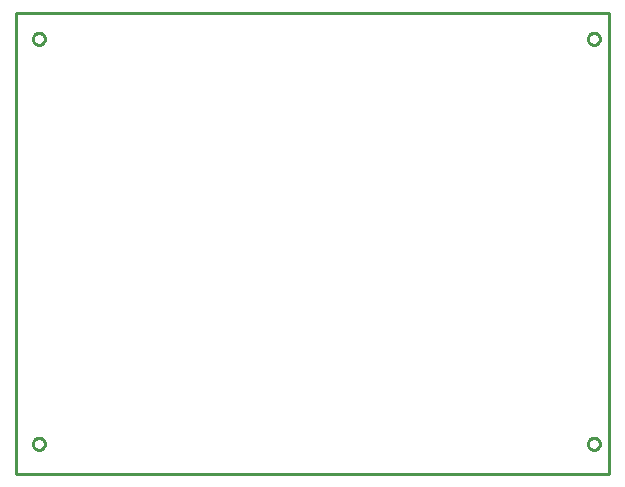
<source format=gbr>
G04 EAGLE Gerber X2 export*
%TF.Part,Single*%
%TF.FileFunction,Profile,NP*%
%TF.FilePolarity,Positive*%
%TF.GenerationSoftware,Autodesk,EAGLE,8.7.0*%
%TF.CreationDate,2018-05-03T09:05:19Z*%
G75*
%MOMM*%
%FSLAX34Y34*%
%LPD*%
%AMOC8*
5,1,8,0,0,1.08239X$1,22.5*%
G01*
%ADD10C,0.254000*%


D10*
X69850Y76200D02*
X571300Y76200D01*
X571300Y466600D01*
X69850Y466600D01*
X69850Y76200D01*
X93900Y444219D02*
X93837Y443661D01*
X93712Y443114D01*
X93527Y442584D01*
X93283Y442078D01*
X92984Y441602D01*
X92634Y441163D01*
X92237Y440766D01*
X91798Y440416D01*
X91322Y440117D01*
X90816Y439873D01*
X90286Y439688D01*
X89739Y439563D01*
X89181Y439500D01*
X88619Y439500D01*
X88061Y439563D01*
X87514Y439688D01*
X86984Y439873D01*
X86478Y440117D01*
X86002Y440416D01*
X85563Y440766D01*
X85166Y441163D01*
X84816Y441602D01*
X84517Y442078D01*
X84273Y442584D01*
X84088Y443114D01*
X83963Y443661D01*
X83900Y444219D01*
X83900Y444781D01*
X83963Y445339D01*
X84088Y445886D01*
X84273Y446416D01*
X84517Y446922D01*
X84816Y447398D01*
X85166Y447837D01*
X85563Y448234D01*
X86002Y448584D01*
X86478Y448883D01*
X86984Y449127D01*
X87514Y449312D01*
X88061Y449437D01*
X88619Y449500D01*
X89181Y449500D01*
X89739Y449437D01*
X90286Y449312D01*
X90816Y449127D01*
X91322Y448883D01*
X91798Y448584D01*
X92237Y448234D01*
X92634Y447837D01*
X92984Y447398D01*
X93283Y446922D01*
X93527Y446416D01*
X93712Y445886D01*
X93837Y445339D01*
X93900Y444781D01*
X93900Y444219D01*
X93900Y101319D02*
X93837Y100761D01*
X93712Y100214D01*
X93527Y99684D01*
X93283Y99178D01*
X92984Y98702D01*
X92634Y98263D01*
X92237Y97866D01*
X91798Y97516D01*
X91322Y97217D01*
X90816Y96973D01*
X90286Y96788D01*
X89739Y96663D01*
X89181Y96600D01*
X88619Y96600D01*
X88061Y96663D01*
X87514Y96788D01*
X86984Y96973D01*
X86478Y97217D01*
X86002Y97516D01*
X85563Y97866D01*
X85166Y98263D01*
X84816Y98702D01*
X84517Y99178D01*
X84273Y99684D01*
X84088Y100214D01*
X83963Y100761D01*
X83900Y101319D01*
X83900Y101881D01*
X83963Y102439D01*
X84088Y102986D01*
X84273Y103516D01*
X84517Y104022D01*
X84816Y104498D01*
X85166Y104937D01*
X85563Y105334D01*
X86002Y105684D01*
X86478Y105983D01*
X86984Y106227D01*
X87514Y106412D01*
X88061Y106537D01*
X88619Y106600D01*
X89181Y106600D01*
X89739Y106537D01*
X90286Y106412D01*
X90816Y106227D01*
X91322Y105983D01*
X91798Y105684D01*
X92237Y105334D01*
X92634Y104937D01*
X92984Y104498D01*
X93283Y104022D01*
X93527Y103516D01*
X93712Y102986D01*
X93837Y102439D01*
X93900Y101881D01*
X93900Y101319D01*
X563800Y101319D02*
X563737Y100761D01*
X563612Y100214D01*
X563427Y99684D01*
X563183Y99178D01*
X562884Y98702D01*
X562534Y98263D01*
X562137Y97866D01*
X561698Y97516D01*
X561222Y97217D01*
X560716Y96973D01*
X560186Y96788D01*
X559639Y96663D01*
X559081Y96600D01*
X558519Y96600D01*
X557961Y96663D01*
X557414Y96788D01*
X556884Y96973D01*
X556378Y97217D01*
X555902Y97516D01*
X555463Y97866D01*
X555066Y98263D01*
X554716Y98702D01*
X554417Y99178D01*
X554173Y99684D01*
X553988Y100214D01*
X553863Y100761D01*
X553800Y101319D01*
X553800Y101881D01*
X553863Y102439D01*
X553988Y102986D01*
X554173Y103516D01*
X554417Y104022D01*
X554716Y104498D01*
X555066Y104937D01*
X555463Y105334D01*
X555902Y105684D01*
X556378Y105983D01*
X556884Y106227D01*
X557414Y106412D01*
X557961Y106537D01*
X558519Y106600D01*
X559081Y106600D01*
X559639Y106537D01*
X560186Y106412D01*
X560716Y106227D01*
X561222Y105983D01*
X561698Y105684D01*
X562137Y105334D01*
X562534Y104937D01*
X562884Y104498D01*
X563183Y104022D01*
X563427Y103516D01*
X563612Y102986D01*
X563737Y102439D01*
X563800Y101881D01*
X563800Y101319D01*
X563800Y444219D02*
X563737Y443661D01*
X563612Y443114D01*
X563427Y442584D01*
X563183Y442078D01*
X562884Y441602D01*
X562534Y441163D01*
X562137Y440766D01*
X561698Y440416D01*
X561222Y440117D01*
X560716Y439873D01*
X560186Y439688D01*
X559639Y439563D01*
X559081Y439500D01*
X558519Y439500D01*
X557961Y439563D01*
X557414Y439688D01*
X556884Y439873D01*
X556378Y440117D01*
X555902Y440416D01*
X555463Y440766D01*
X555066Y441163D01*
X554716Y441602D01*
X554417Y442078D01*
X554173Y442584D01*
X553988Y443114D01*
X553863Y443661D01*
X553800Y444219D01*
X553800Y444781D01*
X553863Y445339D01*
X553988Y445886D01*
X554173Y446416D01*
X554417Y446922D01*
X554716Y447398D01*
X555066Y447837D01*
X555463Y448234D01*
X555902Y448584D01*
X556378Y448883D01*
X556884Y449127D01*
X557414Y449312D01*
X557961Y449437D01*
X558519Y449500D01*
X559081Y449500D01*
X559639Y449437D01*
X560186Y449312D01*
X560716Y449127D01*
X561222Y448883D01*
X561698Y448584D01*
X562137Y448234D01*
X562534Y447837D01*
X562884Y447398D01*
X563183Y446922D01*
X563427Y446416D01*
X563612Y445886D01*
X563737Y445339D01*
X563800Y444781D01*
X563800Y444219D01*
X93900Y444219D02*
X93837Y443661D01*
X93712Y443114D01*
X93527Y442584D01*
X93283Y442078D01*
X92984Y441602D01*
X92634Y441163D01*
X92237Y440766D01*
X91798Y440416D01*
X91322Y440117D01*
X90816Y439873D01*
X90286Y439688D01*
X89739Y439563D01*
X89181Y439500D01*
X88619Y439500D01*
X88061Y439563D01*
X87514Y439688D01*
X86984Y439873D01*
X86478Y440117D01*
X86002Y440416D01*
X85563Y440766D01*
X85166Y441163D01*
X84816Y441602D01*
X84517Y442078D01*
X84273Y442584D01*
X84088Y443114D01*
X83963Y443661D01*
X83900Y444219D01*
X83900Y444781D01*
X83963Y445339D01*
X84088Y445886D01*
X84273Y446416D01*
X84517Y446922D01*
X84816Y447398D01*
X85166Y447837D01*
X85563Y448234D01*
X86002Y448584D01*
X86478Y448883D01*
X86984Y449127D01*
X87514Y449312D01*
X88061Y449437D01*
X88619Y449500D01*
X89181Y449500D01*
X89739Y449437D01*
X90286Y449312D01*
X90816Y449127D01*
X91322Y448883D01*
X91798Y448584D01*
X92237Y448234D01*
X92634Y447837D01*
X92984Y447398D01*
X93283Y446922D01*
X93527Y446416D01*
X93712Y445886D01*
X93837Y445339D01*
X93900Y444781D01*
X93900Y444219D01*
X93900Y101319D02*
X93837Y100761D01*
X93712Y100214D01*
X93527Y99684D01*
X93283Y99178D01*
X92984Y98702D01*
X92634Y98263D01*
X92237Y97866D01*
X91798Y97516D01*
X91322Y97217D01*
X90816Y96973D01*
X90286Y96788D01*
X89739Y96663D01*
X89181Y96600D01*
X88619Y96600D01*
X88061Y96663D01*
X87514Y96788D01*
X86984Y96973D01*
X86478Y97217D01*
X86002Y97516D01*
X85563Y97866D01*
X85166Y98263D01*
X84816Y98702D01*
X84517Y99178D01*
X84273Y99684D01*
X84088Y100214D01*
X83963Y100761D01*
X83900Y101319D01*
X83900Y101881D01*
X83963Y102439D01*
X84088Y102986D01*
X84273Y103516D01*
X84517Y104022D01*
X84816Y104498D01*
X85166Y104937D01*
X85563Y105334D01*
X86002Y105684D01*
X86478Y105983D01*
X86984Y106227D01*
X87514Y106412D01*
X88061Y106537D01*
X88619Y106600D01*
X89181Y106600D01*
X89739Y106537D01*
X90286Y106412D01*
X90816Y106227D01*
X91322Y105983D01*
X91798Y105684D01*
X92237Y105334D01*
X92634Y104937D01*
X92984Y104498D01*
X93283Y104022D01*
X93527Y103516D01*
X93712Y102986D01*
X93837Y102439D01*
X93900Y101881D01*
X93900Y101319D01*
X563800Y101319D02*
X563737Y100761D01*
X563612Y100214D01*
X563427Y99684D01*
X563183Y99178D01*
X562884Y98702D01*
X562534Y98263D01*
X562137Y97866D01*
X561698Y97516D01*
X561222Y97217D01*
X560716Y96973D01*
X560186Y96788D01*
X559639Y96663D01*
X559081Y96600D01*
X558519Y96600D01*
X557961Y96663D01*
X557414Y96788D01*
X556884Y96973D01*
X556378Y97217D01*
X555902Y97516D01*
X555463Y97866D01*
X555066Y98263D01*
X554716Y98702D01*
X554417Y99178D01*
X554173Y99684D01*
X553988Y100214D01*
X553863Y100761D01*
X553800Y101319D01*
X553800Y101881D01*
X553863Y102439D01*
X553988Y102986D01*
X554173Y103516D01*
X554417Y104022D01*
X554716Y104498D01*
X555066Y104937D01*
X555463Y105334D01*
X555902Y105684D01*
X556378Y105983D01*
X556884Y106227D01*
X557414Y106412D01*
X557961Y106537D01*
X558519Y106600D01*
X559081Y106600D01*
X559639Y106537D01*
X560186Y106412D01*
X560716Y106227D01*
X561222Y105983D01*
X561698Y105684D01*
X562137Y105334D01*
X562534Y104937D01*
X562884Y104498D01*
X563183Y104022D01*
X563427Y103516D01*
X563612Y102986D01*
X563737Y102439D01*
X563800Y101881D01*
X563800Y101319D01*
X563800Y444219D02*
X563737Y443661D01*
X563612Y443114D01*
X563427Y442584D01*
X563183Y442078D01*
X562884Y441602D01*
X562534Y441163D01*
X562137Y440766D01*
X561698Y440416D01*
X561222Y440117D01*
X560716Y439873D01*
X560186Y439688D01*
X559639Y439563D01*
X559081Y439500D01*
X558519Y439500D01*
X557961Y439563D01*
X557414Y439688D01*
X556884Y439873D01*
X556378Y440117D01*
X555902Y440416D01*
X555463Y440766D01*
X555066Y441163D01*
X554716Y441602D01*
X554417Y442078D01*
X554173Y442584D01*
X553988Y443114D01*
X553863Y443661D01*
X553800Y444219D01*
X553800Y444781D01*
X553863Y445339D01*
X553988Y445886D01*
X554173Y446416D01*
X554417Y446922D01*
X554716Y447398D01*
X555066Y447837D01*
X555463Y448234D01*
X555902Y448584D01*
X556378Y448883D01*
X556884Y449127D01*
X557414Y449312D01*
X557961Y449437D01*
X558519Y449500D01*
X559081Y449500D01*
X559639Y449437D01*
X560186Y449312D01*
X560716Y449127D01*
X561222Y448883D01*
X561698Y448584D01*
X562137Y448234D01*
X562534Y447837D01*
X562884Y447398D01*
X563183Y446922D01*
X563427Y446416D01*
X563612Y445886D01*
X563737Y445339D01*
X563800Y444781D01*
X563800Y444219D01*
M02*

</source>
